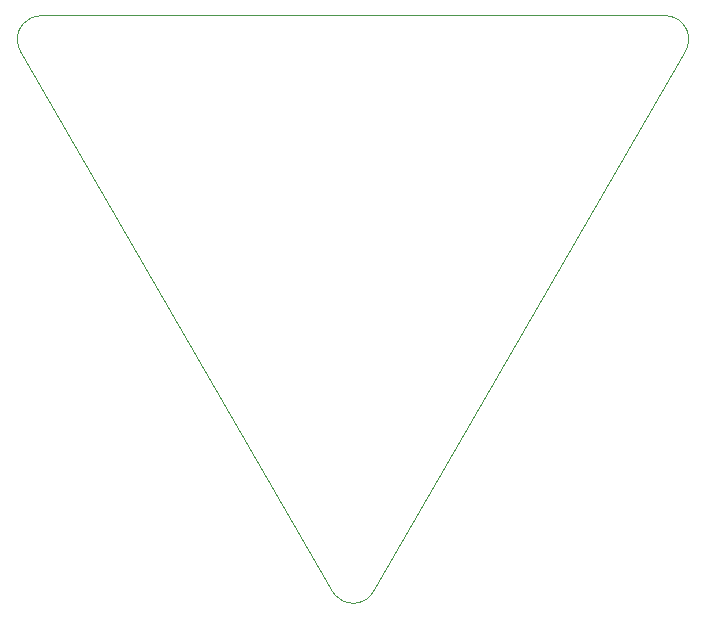
<source format=gm1>
G04*
G04 #@! TF.GenerationSoftware,Altium Limited,Altium Designer,21.5.1 (32)*
G04*
G04 Layer_Color=16711935*
%FSLAX25Y25*%
%MOIN*%
G70*
G04*
G04 #@! TF.SameCoordinates,27F4FA08-B883-49DC-8838-6B3E8E1CA851*
G04*
G04*
G04 #@! TF.FilePolarity,Positive*
G04*
G01*
G75*
%ADD98C,0.00394*%
D98*
X-103991Y67913D02*
X103991D01*
X105628Y67741D01*
X107194Y67233D01*
X108619Y66410D01*
X109843Y65308D01*
X110810Y63976D01*
X111480Y62473D01*
X111822Y60862D01*
Y59216D02*
Y60862D01*
X111480Y57606D02*
X111822Y59216D01*
X110810Y56102D02*
X111480Y57606D01*
X6819Y-124016D02*
X110810Y56102D01*
X5852Y-125347D02*
X6819Y-124016D01*
X4628Y-126449D02*
X5852Y-125347D01*
X3203Y-127272D02*
X4628Y-126449D01*
X1637Y-127781D02*
X3203Y-127272D01*
X-0Y-127953D02*
X1637Y-127781D01*
X-1637D02*
X-0Y-127953D01*
X-3203Y-127272D02*
X-1637Y-127781D01*
X-4628Y-126449D02*
X-3203Y-127272D01*
X-5852Y-125347D02*
X-4628Y-126449D01*
X-6819Y-124016D02*
X-5852Y-125347D01*
X-110810Y56102D02*
X-6819Y-124016D01*
X-111480Y57606D02*
X-110810Y56102D01*
X-111822Y59216D02*
X-111480Y57606D01*
X-111822Y59216D02*
Y60862D01*
X-111480Y62473D01*
X-110810Y63976D01*
X-109843Y65308D01*
X-108619Y66410D01*
X-107194Y67233D01*
X-105628Y67741D01*
X-103991Y67913D01*
M02*

</source>
